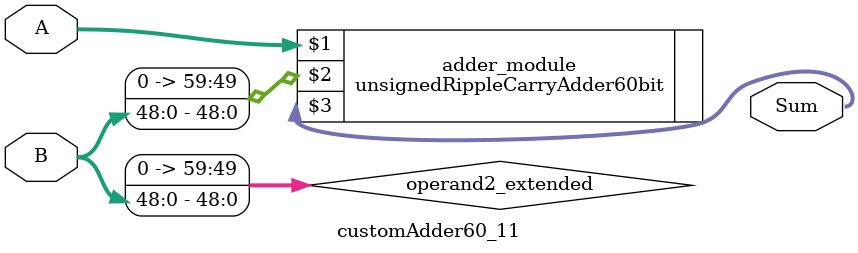
<source format=v>
module customAdder60_11(
                        input [59 : 0] A,
                        input [48 : 0] B,
                        
                        output [60 : 0] Sum
                );

        wire [59 : 0] operand2_extended;
        
        assign operand2_extended =  {11'b0, B};
        
        unsignedRippleCarryAdder60bit adder_module(
            A,
            operand2_extended,
            Sum
        );
        
        endmodule
        
</source>
